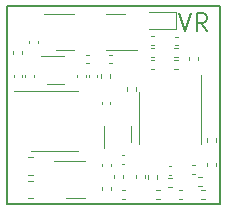
<source format=gto>
G04 #@! TF.GenerationSoftware,KiCad,Pcbnew,(5.99.0-10483-ga6ad7a4a70)*
G04 #@! TF.CreationDate,2021-05-30T13:32:27+03:00*
G04 #@! TF.ProjectId,hellen1-vr-discrete,68656c6c-656e-4312-9d76-722d64697363,rev?*
G04 #@! TF.SameCoordinates,PX4a19ba0PY5aa5910*
G04 #@! TF.FileFunction,Legend,Top*
G04 #@! TF.FilePolarity,Positive*
%FSLAX46Y46*%
G04 Gerber Fmt 4.6, Leading zero omitted, Abs format (unit mm)*
G04 Created by KiCad (PCBNEW (5.99.0-10483-ga6ad7a4a70)) date 2021-05-30 13:32:27*
%MOMM*%
%LPD*%
G01*
G04 APERTURE LIST*
%ADD10C,0.200000*%
%ADD11C,0.120000*%
G04 APERTURE END LIST*
D10*
X14700000Y16221429D02*
X15200000Y14721429D01*
X15700000Y16221429D01*
X17057142Y14721429D02*
X16557142Y15435715D01*
X16200000Y14721429D02*
X16200000Y16221429D01*
X16771428Y16221429D01*
X16914285Y16150000D01*
X16985714Y16078572D01*
X17057142Y15935715D01*
X17057142Y15721429D01*
X16985714Y15578572D01*
X16914285Y15507143D01*
X16771428Y15435715D01*
X16200000Y15435715D01*
D11*
G04 #@! TO.C,R764*
X16346359Y2380000D02*
X16653641Y2380000D01*
X16346359Y1620000D02*
X16653641Y1620000D01*
G04 #@! TO.C,U757*
X9310000Y13090000D02*
X8510000Y13090000D01*
X9310000Y13090000D02*
X11110000Y13090000D01*
X9310000Y16210000D02*
X10110000Y16210000D01*
X9310000Y16210000D02*
X8510000Y16210000D01*
G04 #@! TO.C,C760*
X12577836Y12260000D02*
X12362164Y12260000D01*
X12577836Y11540000D02*
X12362164Y11540000D01*
G04 #@! TO.C,U754*
X4155000Y9660000D02*
X705000Y9660000D01*
X4155000Y4540000D02*
X6105000Y4540000D01*
X4155000Y4540000D02*
X2205000Y4540000D01*
X4155000Y9660000D02*
X6105000Y9660000D01*
G04 #@! TO.C,C755*
X2760000Y13692164D02*
X2760000Y13907836D01*
X2040000Y13692164D02*
X2040000Y13907836D01*
G04 #@! TO.C,U755*
X4930000Y12595000D02*
X3030000Y12595000D01*
X3530000Y10275000D02*
X4930000Y10275000D01*
G04 #@! TO.C,C766*
X7790000Y10807164D02*
X7790000Y11022836D01*
X7070000Y10807164D02*
X7070000Y11022836D01*
D10*
G04 #@! TO.C,M750*
X18150000Y16850000D02*
X100000Y16850000D01*
X100000Y16850000D02*
X100000Y100000D01*
X100000Y100000D02*
X18150000Y100000D01*
X18150000Y100000D02*
X18150000Y16850000D01*
D11*
G04 #@! TO.C,R767*
X14296359Y11520000D02*
X14603641Y11520000D01*
X14296359Y12280000D02*
X14603641Y12280000D01*
G04 #@! TO.C,C757*
X8170000Y8747836D02*
X8170000Y8532164D01*
X8890000Y8747836D02*
X8890000Y8532164D01*
G04 #@! TO.C,C764*
X6070000Y10807164D02*
X6070000Y11022836D01*
X6790000Y10807164D02*
X6790000Y11022836D01*
G04 #@! TO.C,C759*
X14577836Y14260000D02*
X14362164Y14260000D01*
X14577836Y13540000D02*
X14362164Y13540000D01*
G04 #@! TO.C,R769*
X15570000Y12256359D02*
X15570000Y12563641D01*
X16330000Y12256359D02*
X16330000Y12563641D01*
G04 #@! TO.C,C758*
X8190000Y3487836D02*
X8190000Y3272164D01*
X8910000Y3487836D02*
X8910000Y3272164D01*
G04 #@! TO.C,C751*
X8910000Y1507836D02*
X8910000Y1292164D01*
X8190000Y1507836D02*
X8190000Y1292164D01*
G04 #@! TO.C,R755*
X9920000Y2563641D02*
X9920000Y2256359D01*
X9160000Y2563641D02*
X9160000Y2256359D01*
G04 #@! TO.C,C753*
X13822164Y2540000D02*
X14037836Y2540000D01*
X13822164Y3260000D02*
X14037836Y3260000D01*
G04 #@! TO.C,U753*
X16560000Y7400000D02*
X16560000Y5200000D01*
X16560000Y7400000D02*
X16560000Y11000000D01*
X11340000Y7400000D02*
X11340000Y5200000D01*
X11340000Y7400000D02*
X11340000Y9600000D01*
G04 #@! TO.C,D751*
X14435000Y14865000D02*
X14435000Y16335000D01*
X14435000Y16335000D02*
X12150000Y16335000D01*
X12150000Y14865000D02*
X14435000Y14865000D01*
G04 #@! TO.C,R752*
X1885436Y2565000D02*
X2339564Y2565000D01*
X1885436Y4035000D02*
X2339564Y4035000D01*
G04 #@! TO.C,R762*
X11830000Y2246359D02*
X11830000Y2553641D01*
X11070000Y2246359D02*
X11070000Y2553641D01*
G04 #@! TO.C,R751*
X12613641Y14280000D02*
X12306359Y14280000D01*
X12613641Y13520000D02*
X12306359Y13520000D01*
G04 #@! TO.C,R759*
X11030000Y9963641D02*
X11030000Y9656359D01*
X10270000Y9963641D02*
X10270000Y9656359D01*
G04 #@! TO.C,C761*
X8779664Y11990000D02*
X8995336Y11990000D01*
X8779664Y12710000D02*
X8995336Y12710000D01*
G04 #@! TO.C,R758*
X17830000Y5663641D02*
X17830000Y5356359D01*
X17070000Y5663641D02*
X17070000Y5356359D01*
G04 #@! TO.C,R754*
X16888641Y1280000D02*
X16581359Y1280000D01*
X16888641Y520000D02*
X16581359Y520000D01*
G04 #@! TO.C,R766*
X8135000Y11053641D02*
X8135000Y10746359D01*
X8895000Y11053641D02*
X8895000Y10746359D01*
G04 #@! TO.C,C763*
X7057836Y12735000D02*
X6842164Y12735000D01*
X7057836Y12015000D02*
X6842164Y12015000D01*
G04 #@! TO.C,R753*
X2339564Y565000D02*
X1885436Y565000D01*
X2339564Y2035000D02*
X1885436Y2035000D01*
G04 #@! TO.C,R765*
X670000Y13053641D02*
X670000Y12746359D01*
X1430000Y13053641D02*
X1430000Y12746359D01*
G04 #@! TO.C,R763*
X16093641Y3380000D02*
X15786359Y3380000D01*
X16093641Y2620000D02*
X15786359Y2620000D01*
G04 #@! TO.C,C767*
X10077836Y3500000D02*
X9862164Y3500000D01*
X10077836Y4220000D02*
X9862164Y4220000D01*
G04 #@! TO.C,R756*
X9846359Y520000D02*
X10153641Y520000D01*
X9846359Y1280000D02*
X10153641Y1280000D01*
G04 #@! TO.C,U756*
X10640000Y5310000D02*
X10640000Y6710000D01*
X8320000Y6710000D02*
X8320000Y4810000D01*
G04 #@! TO.C,R760*
X13806359Y2280000D02*
X14113641Y2280000D01*
X13806359Y1520000D02*
X14113641Y1520000D01*
G04 #@! TO.C,R761*
X12070000Y2543641D02*
X12070000Y2236359D01*
X12830000Y2543641D02*
X12830000Y2236359D01*
G04 #@! TO.C,C752*
X14697164Y540000D02*
X14912836Y540000D01*
X14697164Y1260000D02*
X14912836Y1260000D01*
G04 #@! TO.C,U751*
X5912500Y590000D02*
X5112500Y590000D01*
X5912500Y3710000D02*
X4112500Y3710000D01*
X5912500Y590000D02*
X6712500Y590000D01*
X5912500Y3710000D02*
X6712500Y3710000D01*
G04 #@! TO.C,C765*
X2410000Y10807164D02*
X2410000Y11022836D01*
X1690000Y10807164D02*
X1690000Y11022836D01*
G04 #@! TO.C,C754*
X17810000Y3312164D02*
X17810000Y3527836D01*
X17090000Y3312164D02*
X17090000Y3527836D01*
G04 #@! TO.C,R768*
X14593641Y13280000D02*
X14286359Y13280000D01*
X14593641Y12520000D02*
X14286359Y12520000D01*
G04 #@! TO.C,C762*
X12577836Y12540000D02*
X12362164Y12540000D01*
X12577836Y13260000D02*
X12362164Y13260000D01*
G04 #@! TO.C,R757*
X12746359Y1280000D02*
X13053641Y1280000D01*
X12746359Y520000D02*
X13053641Y520000D01*
G04 #@! TO.C,U752*
X5050000Y13090000D02*
X5850000Y13090000D01*
X5050000Y16210000D02*
X3250000Y16210000D01*
X5050000Y16210000D02*
X5850000Y16210000D01*
X5050000Y13090000D02*
X4250000Y13090000D01*
G04 #@! TO.C,C756*
X1410000Y11022836D02*
X1410000Y10807164D01*
X690000Y11022836D02*
X690000Y10807164D01*
G04 #@! TD*
M02*

</source>
